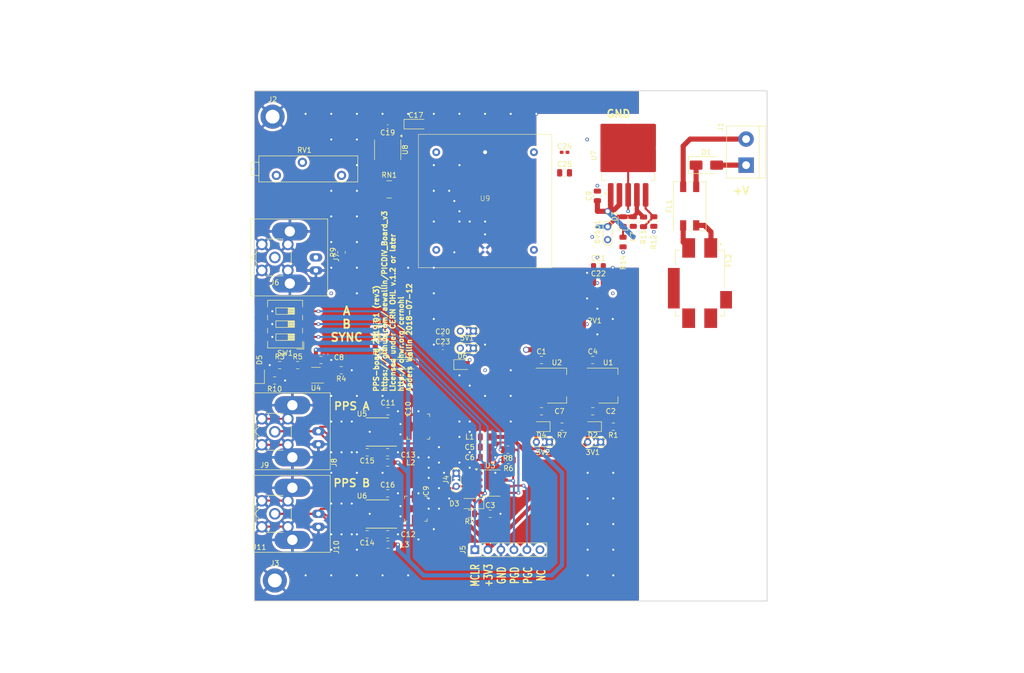
<source format=kicad_pcb>
(kicad_pcb (version 20240108) (generator "pcbnew") (generator_version "8.0")
  (title_block (title "PICDIV 10MHz to 1PPS frequency divider") (rev "2018-07") (company "anders.e.e.wallin \"at\" gmail.com") (comment 1 "2018-09-12 add MCLR diode"))
  (layers (0 "F.Cu" signal) (31 "B.Cu" signal) (34 "B.Paste" user) (35 "F.Paste" user) (36 "B.SilkS" user "B.Silkscreen") (37 "F.SilkS" user "F.Silkscreen") (38 "B.Mask" user) (39 "F.Mask" user) (44 "Edge.Cuts" user))
  (net 0 "")
  (net 1 "MCLR")
  (net 2 "GND")
  (net 3 "+6V")
  (net 4 "PPS")
  (net 5 "Net-(D3-Pad1)")
  (net 6 "Vadj")
  (net 7 "+5V")
  (net 8 "PGD")
  (net 9 "PGC")
  (net 10 "Net-(J6-In)")
  (net 11 "Net-(D5-A)")
  (net 12 "Net-(R11-Pad2)")
  (net 13 "Net-(D3-A)")
  (net 14 "Net-(RN1-R1.2)")
  (net 15 "Net-(D2-K)")
  (net 16 "Net-(D4-K)")
  (net 17 "Net-(U3-VDD)")
  (net 18 "Net-(D5-K)")
  (net 19 "3V3_PIC")
  (net 20 "3V3_OUT")
  (net 21 "Net-(D6-K)")
  (net 23 "LDO_IN")
  (net 24 "/U6_3V3")
  (net 25 "Net-(U4-DIV)")
  (net 26 "Net-(U4-SET)")
  (net 27 "Net-(U7-ADJ)")
  (net 30 "/w2")
  (net 31 "/w4")
  (net 32 "/w5")
  (net 33 "/w3")
  (net 34 "/w1")
  (net 35 "/sync")
  (net 36 "/B")
  (net 37 "/A")
  (net 38 "/PPS_B")
  (net 39 "Net-(J8-In)")
  (net 40 "/U105_3V3")
  (net 48 "10MHz")
  (net 53 "Net-(RN1-R3.2)")
  (net 54 "Net-(RN1-R1.1)")
  (net 55 "Net-(RN1-R3.1)")
  (net 56 "Net-(RN1-R2.2)")
  (footprint "Connectors_Terminal_Blocks:TerminalBlock_bornier-2_P5.08mm" (layer "F.Cu") (at 220.9 65 90)
    (property "Reference" "J1")
    (property "Value" "DC-Input")
  )
  (footprint "Diodes_SMD:D_SOD-123" (layer "F.Cu") (at 167.5 131 180)
    (property "Reference" "D3")
    (property "Value" "1N4148")
  )
  (footprint "TestPoint:TestPoint_2Pads_Pitch2.54mm_Drill0.8mm" (layer "F.Cu") (at 164.365 127.635 90)
    (property "Reference" "J4")
    (property "Value" "TEST_1PPS")
  )
  (footprint "TestPoint:TestPoint_2Pads_Pitch2.54mm_Drill0.8mm" (layer "F.Cu") (at 193.9 77 -90)
    (property "Reference" "6V101")
    (property "Value" "TEST_6V")
  )
  (footprint "TestPoint:TestPoint_2Pads_Pitch2.54mm_Drill0.8mm" (layer "F.Cu") (at 190 119)
    (property "Reference" "3V1")
    (property "Value" "TEST_3V3")
  )
  (footprint "TestPoint:TestPoint_2Pads_Pitch2.54mm_Drill0.8mm" (layer "F.Cu") (at 180 119)
    (property "Reference" "3V2")
    (property "Value" "TEST_3V3")
  )
  (footprint "Resistor_SMD:R_0805_2012Metric" (layer "F.Cu") (at 202.9 76 -90)
    (property "Reference" "R12")
    (property "Value" "680R")
  )
  (footprint "Resistor_SMD:R_0805_2012Metric" (layer "F.Cu") (at 196.9 80 -90)
    (property "Reference" "R14")
    (property "Value" "200R")
  )
  (footprint "Resistor_SMD:R_0805_2012Metric" (layer "F.Cu") (at 133.45 104)
    (property "Reference" "R5")
    (property "Value" "1M")
  )
  (footprint "Resistor_SMD:R_0805_2012Metric" (layer "F.Cu") (at 129.95 104)
    (property "Reference" "R3")
    (property "Value" "523k")
  )
  (footprint "Resistor_SMD:R_0805_2012Metric" (layer "F.Cu") (at 128.95 107 180)
    (property "Reference" "R10")
    (property "Value" "100R")
  )
  (footprint "Resistor_SMD:R_0805_2012Metric" (layer "F.Cu") (at 195 116 180)
    (property "Reference" "R1")
    (property "Value" "82R")
  )
  (footprint "Resistor_SMD:R_0805_2012Metric" (layer "F.Cu") (at 185 116 180)
    (property "Reference" "R7")
    (property "Value" "82R")
  )
  (footprint "Resistor_SMD:R_0805_2012Metric" (layer "F.Cu") (at 167 133)
    (property "Reference" "R2")
    (property "Value" "3k3")
  )
  (footprint "Resistor_SMD:R_0805_2012Metric" (layer "F.Cu") (at 200.9 76.0625 -90)
    (property "Reference" "R11")
    (property "Value" "2k7")
  )
  (footprint "Resistor_SMD:R_0805_2012Metric" (layer "F.Cu") (at 141.95 105 180)
    (property "Reference" "R4")
    (property "Value" "300k")
  )
  (footprint "Package_TO_SOT_SMD:TSOT-23-6" (layer "F.Cu") (at 137.010001 105.989999 180)
    (property "Reference" "U4")
    (property "Value" "LTC6993xS6-1")
  )
  (footprint "Package_SO:TSSOP-16_4.4x5mm_P0.65mm" (layer "F.Cu") (at 149 133 180)
    (property "Reference" "U6")
    (property "Value" "IDT5PB1108")
  )
  (footprint "Package_SO:TSSOP-16_4.4x5mm_P0.65mm" (layer "F.Cu") (at 149 117 180)
    (property "Reference" "U5")
    (property "Value" "IDT5PB1108")
  )
  (footprint "MountingHole:MountingHole_2.7mm_M2.5_DIN965_Pad" (layer "F.Cu") (at 128.56 55.55)
    (property "Reference" "J2")
    (property "Value" "MountingHole_M2.5")
  )
  (footprint "MountingHole:MountingHole_2.7mm_M2.5_DIN965_Pad" (layer "F.Cu") (at 129 146)
    (property "Reference" "J3")
    (property "Value" "MountingHole_M2.5")
  )
  (footprint "LED_SMD:LED_0805_2012Metric" (layer "F.Cu") (at 196.9 76 90)
    (property "Reference" "D3")
    (property "Value" "LED")
  )
  (footprint "LED_SMD:LED_0805_2012Metric" (layer "F.Cu") (at 191 116 180)
    (property "Reference" "D2")
    (property "Value" "LED")
  )
  (footprint "LED_SMD:LED_0805_2012Metric" (layer "F.Cu") (at 126 105.9 90)
    (property "Reference" "D5")
    (property "Value" "PPS_BLINK")
  )
  (footprint "LED_SMD:LED_0805_2012Metric" (layer "F.Cu") (at 181 116 180)
    (property "Reference" "D4")
    (property "Value" "LED")
  )
  (footprint "Inductor_SMD:L_0805_2012Metric" (layer "F.Cu") (at 170 118)
    (property "Reference" "L1")
    (property "Value" "2u2")
  )
  (footprint "Inductor_SMD:L_0805_2012Metric" (layer "F.Cu") (at 151.05 139)
    (property "Reference" "L3")
    (property "Value" "2u2")
  )
  (footprint "Inductor_SMD:L_0805_2012Metric" (layer "F.Cu") (at 151 123)
    (property "Reference" "L2")
    (property "Value" "2u2")
  )
  (footprint "Connector_PinHeader_2.54mm:PinHeader_1x06_P2.54mm_Vertical" (layer "F.Cu") (at 168 140 90)
    (property "Reference" "J5")
    (property "Value" "Conn_01x06")
  )
  (footprint "Connector_Coaxial:SMA_Molex_73251-2200_Horizontal" (layer "F.Cu") (at 129 117 90)
    (property "Reference" "J9")
    (property "Value" "10MHz")
  )
  (footprint "Connector_Coaxial:SMA_Molex_73251-2200_Horizontal" (layer "F.Cu") (at 129 133 90)
    (property "Reference" "J11")
    (property "Value" "PPS_B")
  )
  (footprint "Connector_Coaxial:BNC_Amphenol_B6252HB-NPP3G-50_Horizontal" (layer "F.Cu") (at 137.5 133 90)
    (property "Reference" "J10")
    (property "Value" "PPS_B")
  )
  (footprint "Capacitor_SMD:C_0805_2012Metric" (layer "F.Cu") (at 147 121 180)
    (property "Reference" "C15")
    (property "Value" "100n")
  )
  (footprint "Capacitor_SMD:C_0805_2012Metric" (layer "F.Cu") (at 151 121)
    (property "Reference" "C13")
    (property "Value" "100n")
  )
  (footprint "Capacitor_SMD:C_0805_2012Metric" (layer "F.Cu") (at 151.0625 113)
    (property "Reference" "C11")
    (property "Value" "100n")
  )
  (footprint "Capacitor_SMD:C_0805_2012Metric" (layer "F.Cu") (at 181 113)
    (property "Reference" "C7")
    (property "Value" "10u")
  )
  (footprint "Capacitor_SMD:C_0805_2012Metric" (layer "F.Cu") (at 191 103)
    (property "Reference" "C4")
    (property "Value" "10u")
  )
  (footprint "Capacitor_SMD:C_0805_2012Metric" (layer "F.Cu") (at 191 113)
    (property "Reference" "C2")
    (property "Value" "10u")
  )
  (footprint "Capacitor_SMD:C_0805_2012Metric" (layer "F.Cu") (at 181 103)
    (property "Reference" "C1")
    (property "Value" "10u")
  )
  (footprint "Capacitor_SMD:C_0805_2012Metric" (layer "F.Cu") (at 151 129)
    (property "Reference" "C16")
    (property "Value" "100n")
  )
  (footprint "Capacitor_SMD:C_0805_2012Metric" (layer "F.Cu") (at 147 137 180)
    (property "Reference" "C14")
    (property "Value" "100n")
  )
  (footprint "Capacitor_SMD:C_0805_2012Metric" (layer "F.Cu") (at 151 137)
    (property "Reference" "C12")
    (property "Value" "100n")
  )
  (footprint "Capacitor_SMD:C_0805_2012Metric" (layer "F.Cu") (at 138 103)
    (property "Reference" "C8")
    (property "Value" "100nF")
  )
  (footprint "Capacitor_SMD:C_0805_2012Metric" (layer "F.Cu") (at 191.9 71 90)
    (property "Reference" "C9")
    (property "Value" "10u")
  )
  (footprint "Capacitor_SMD:C_0805_2012Metric" (layer "F.Cu") (at 198.9 76 90)
    (property "Reference" "C7")
    (property "Value" "10u")
  )
  (footprint "Capacitor_SMD:C_0805_2012Metric" (layer "F.Cu") (at 170 120)
    (property "Reference" "C5")
    (property "Value" "10u")
  )
  (footprint "Capacitor_SMD:C_0805_2012Metric" (layer "F.Cu") (at 170 122)
    (property "Reference" "C6")
    (property "Value" "100n")
  )
  (footprint "Capacitor_SMD:C_0805_2012Metric" (layer "F.Cu") (at 171 133)
    (property "Reference" "C3")
    (property "Value" "C")
  )
  (footprint "Filter:Filter_Murata_BNX025" (layer "F.Cu") (at 211.9 88 -90)
    (property "Reference" "FL2")
    (property "Value" "BNX025")
  )
  (footprint "Connector_Coaxial:BNC_Amphenol_B6252HB-NPP3G-50_Horizontal" (layer "F.Cu") (at 137.5 116.89968 90)
    (property "Reference" "J8")
    (property "Value" "10MHz")
  )
  (footprint "Capacitor_SMD:C_Trimmer_Murata_TZB4-A" (layer "F.Cu") (at 156.5 132 -90)
    (property "Reference" "C9")
    (property "Value" "C_Trim")
  )
  (footprint "Capacitor_SMD:C_Trimmer_Murata_TZB4-A" (layer "F.Cu") (at 157 116 90)
    (property "Reference" "C10")
    (property "Value" "C_Trim")
  )
  (footprint "Filter:Filter_Bourns_SRF0905_6.0x9.2mm" (layer "F.Cu") (at 209.9 73 90)
    (property "Reference" "FL1")
    (property "Value" "Filter_EMI_LL_1423")
  )
  (footprint "Package_TO_SOT_SMD:SOT-223-3_TabPin2" (layer "F.Cu") (at 194 108)
    (property "Reference" "U1")
    (property "Value" "LT1963AxST-3.3")
  )
  (footprint "Package_TO_SOT_SMD:SOT-223-3_TabPin2" (layer "F.Cu") (at 184 108)
    (property "Reference" "U2")
    (property "Value" "LT1963AxST-3.3")
  )
  (footprint "TestPoint:TestPoint_2Pads_Pitch2.54mm_Drill0.8mm" (layer "F.Cu") (at 165.17 97.35)
    (property "Reference" "2V1")
    (property "Value" "TEST_VADJ")
  )
  (footprint "Resistor_SMD:R_0805_2012Metric" (layer "F.Cu") (at 174.55 122.5 180)
    (property "Reference" "R6")
    (property "Value" "10k")
  )
  (footprint "Package_TO_SOT_SMD:TO-263-5_TabPin3" (layer "F.Cu") (at 197.9 63.15 90)
    (property "Reference" "U7")
    (property "Value" "LT1963AEQ")
  )
  (footprint "Connector_Coaxial:BNC_Amphenol_B6252HB-NPP3G-50_Horizontal" (layer "F.Cu") (at 137 83 90)
    (property "Reference" "J7")
    (property "Value" "Sync")
  )
  (footprint "Connector_Coaxial:SMA_Molex_73251-2200_Horizontal" (layer "F.Cu") (at 129 83 90)
    (property "Reference" "J6")
    (property "Value" "Sync")
  )
  (footprint "Resistor_SMD:R_0805_2012Metric" (layer "F.Cu") (at 149.48 100.1)
    (property "Reference" "R12")
    (property "Value" "680R")
  )
  (footprint "Capacitor_SMD:C_0402_1005Metric_Pad0.74x0.62mm_HandSolder" (layer "F.Cu") (at 151 57.5 180)
    (property "Reference" "C19")
    (property "Value" "100nF")
  )
  (footprint "TestPoint:TestPoint_2Pads_Pitch2.54mm_Drill0.8mm" (layer "F.Cu") (at 165.17 100.7)
    (property "Reference" "5V1")
    (property "Value" "TEST_5V")
  )
  (footprint "Package_SO:SOIC-8_3.9x4.9mm_P1.27mm" (layer "F.Cu") (at 151 62 -90)
    (property "Reference" "U8")
    (property "Value" "ADR4540")
  )
  (footprint "Capacitor_Tantalum_SMD:CP_EIA-3216-18_Kemet-A" (layer "F.Cu") (at 156.5 57)
    (property "Reference" "C17")
    (property "Value" "10µF")
  )
  (footprint "Resistor_SMD:R_0805_2012Metric" (layer "F.Cu") (at 149.48 97.15)
    (property "Reference" "R11")
    (property "Value" "2k15")
  )
  (footprint "LED_SMD:LED_0805_2012Metric" (layer "F.Cu") (at 165.59 103.895)
    (property "Reference" "D6")
    (property "Value" "LED")
  )
  (footprint "Resistor_SMD:R_Array_Convex_4x0612" (layer "F.Cu") (at 151.3 69.73)
    (property "Reference" "RN1")
    (property "Value" "1K 0.1% ±15ppm")
  )
  (footprint "Button_Switch_SMD:SW_DIP_SPSTx03_Slide_6.7x9.18mm_W8.61mm_P2.54mm_LowProfile" (layer "F.Cu") (at 131 96 180)
    (property "Reference" "SW1")
    (property "Value" "SW_DIP_x03")
  )
  (footprint "Package_SO:SOIC-8_3.9x4.9mm_P1.27mm" (layer "F.Cu") (at 171 127)
    (property "Reference" "U3")
    (property "Value" "PIC12F675-xSN")
  )
  (footprint "Resistor_SMD:R_0805_2012Metric" (layer "F.Cu") (at 149.48 103.05)
    (property "Reference" "R13")
    (property "Value" "330R")
  )
  (footprint "Capacitor_SMD:C_0402_1005Metric_Pad0.74x0.62mm_HandSolder" (layer "F.Cu") (at 185.5 62.5)
    (property "Reference" "C24")
    (property "Value" "100nF")
  )
  (footprint "Capacitor_SMD:C_0805_2012Metric" (layer "F.Cu") (at 185.5 66.5)
    (property "Reference" "C25")
    (property "Value" "10µF")
  )
  (footprint "Capacitor_SMD:C_0805_2012Metric" (layer "F.Cu") (at 192.1 84.83)
    (property "Reference" "C21")
    (property "Value" "10u")
  )
  (footprint "Resistor_SMD:R_0805_2012Metric" (layer "F.Cu") (at 174.45 120.5 180)
    (property "Reference" "R8")
    (property "Value" "10k")
  )
  (footprint "Capacitor_Tantalum_SMD:CP_EIA-3216-18_Kemet-A" (layer "F.Cu") (at 154.555 103.83)
    (property "Reference" "C18")
    (property "Value" "10µF")
  )
  (footprint "Capacitor_SMD:C_0402_1005Metric_Pad0.74x0.62mm_HandSolder" (layer "F.Cu") (at 161.74 100.6)
    (property "Reference" "C23")
    (property "Value" "100nF")
  )
  (footprint "Potentiometer_THT:Potentiometer_Bourns_3006P_Horizontal" (layer "F.Cu") (at 142 67)
    (property "Reference" "RV1")
    (property "Value" "2K")
  )
  (footprint "Capacitor_SMD:C_0805_2012Metric" (layer "F.Cu") (at 192.1 87.84)
    (property "Reference" "C22")
    (property "Value" "10µF")
  )
  (footprint "Oscilator_Local:OSC5A2B02" (layer "F.Cu") (at 170 72)
    (property "Reference" "U9")
    (property "Value" "~")
  )
  (footprint "Resistor_SMD:R_0805_2012Metric" (layer "F.Cu") (at 142 82 90)
    (property "Reference" "R9")
    (property "Value" "50R")
  )
  (footprint "Capacitor_SMD:C_0402_1005Metric_Pad0.74x0.62mm_HandSolder" (layer "F.Cu") (at 161.74 98.63)
    (property "Reference" "C20")
    (property "Value" "100nF")
  )
  (footprint "Diode_SMD:D_SMA" (layer "F.Cu") (at 213.15 65)
    (property "Reference" "D1")
    (property "Value" "SS34")
  )
  (gr_line (start 125 150) (end 125 50.5) (stroke (width 0.15)) (layer "Edge.Cuts"))
  (gr_line (start 125 50.5) (end 225 50.5) (stroke (width 0.15)) (layer "Edge.Cuts"))
  (gr_line (start 225 150) (end 125 150) (stroke (width 0.15)) (layer "Edge.Cuts"))
  (gr_line (start 225 50.5) (end 225 150) (stroke (width 0.15)) (layer "Edge.Cuts"))
  (gr_text "PPS B" (at 144 127 0) (layer "F.SilkS") (effects (font (size 1.5 1.5) (thickness 0.3))))
  (gr_text "GND" (at 196 55 0) (layer "F.SilkS") (effects (font (size 1.5 1.5) (thickness 0.3))))
  (gr_text "PPS-board 2019.01 (rev3)\nhttps://github.com/aewallin/PICDIV_Board_v3\nLicensed under CERN OHL v.1.2 or later\nhttp://ohwr.org/cernohl\nAnders Wallin 2018-07-12" (at 152 109.3 90) (layer "F.SilkS") (effects (font (size 1 1) (thickness 0.25)) (justify left)))
  (gr_text "+V" (at 219.9 70 0) (layer "F.SilkS") (effects (font (size 1.5 1.5) (thickness 0.3))))
  (gr_text "MCLR\n+3V3\nGND\nPGD\nPGC\nNC" (at 174.5 145 90) (layer "F.SilkS") (effects (font (size 1.6 1.1) (thickness 0.25))))
  (gr_text "A\nB\nSYNC" (at 143 96 0) (layer "F.SilkS") (effects (font (size 1.6 1.6) (thickness 0.35))))
  (gr_text "PPS A" (at 144 112 0) (layer "F.SilkS") (effects (font (size 1.5 1.5) (thickness 0.3))))
  (segment (start 169.905 128.905) (end 170 129) (width 0.4) (layer "F.Cu") (net 1))
  (segment (start 135.345 98.5) (end 135.305 98.54) (width 0.4) (layer "F.Cu") (net 1))
  (segment (start 137.5 98.5) (end 135.345 98.5) (width 0.4) (layer "F.Cu") (net 1))
  (segment (start 169.15 129.755) (end 168.3 128.905) (width 0.4) (layer "F.Cu") (net 1))
  (segment (start 169.15 131) (end 169.15 129.755) (width 0.4) (layer "F.Cu") (net 1))
  (segment (start 168.3 128.905) (end 169.905 128.905) (width 0.4) (layer "F.Cu") (net 1))
  (via (at 170 129) (size 0.7) (drill 0.4) (layers "F.Cu" "B.Cu") (net 1))
  (via (at 137.5 98.5) (size 0.7) (drill 0.4) (layers "F.Cu" "B.Cu") (net 1))
  (segment (start 147.5 98.5) (end 137.5 98.5) (width 0.4) (layer "B.Cu") (net 1))
  (segment (start 170 129) (end 170 123.348542) (width 0.4) (layer "B.Cu") (net 1))
  (segment (start 169 122.348542) (end 169 115.5) (width 0.4) (layer "B.Cu") (net 1))
  (segment (start 168 140) (end 168 131) (width 0.4) (layer "B.Cu") (net 1))
  (segment (start 152 98.5) (end 147.5 98.5) (width 0.4) (layer "B.Cu") (net 1))
  (segment (start 168 131) (end 170 129) (width 0.4) (layer "B.Cu") (net 1))
  (segment (start 170 123.348542) (end 169 122.348542) (width 0.4) (layer "B.Cu") (net 1))
  (segment (start 169 115.5) (end 152 98.5) (width 0.4) (layer "B.Cu") (net 1))
  (segment (start 172 125) (end 173.605 125) (width 0.4) (layer "F.Cu") (net 2))
  (segment (start 142.8875 106.08752) (end 142.8875 105) (width 0.4) (layer "F.Cu") (net 2))
  (segment (start 197.9 70.775) (end 197.9 61.625) (width 0.4) (layer "F.Cu") (net 2))
  (segment (start 132.04 114.46) (end 126.96 114.46) (width 0.4) (layer "F.Cu") (net 2))
  (segment (start 146.05 132.675) (end 147.175 132.675) (width 0.4) (layer "F.Cu") (net 2))
  (segment (start 139.330001 105.989999) (end 139.440012 106.10001) (width 0.4) (layer "F.Cu") (net 2))
  (segment (start 151.95 117.325) (end 153.325 117.325) (width 0.4) (layer "F.Cu") (net 2))
  (segment (start 153.325 117.325) (end 153.5 117.5) (width 0.4) (layer "F.Cu") (net 2))
  (segment (start 146.05 116.675) (end 147.175 116.675) (width 0.4) (layer "F.Cu") (net 2))
  (segment (start 132.04 121.80086) (end 132.2366 121.99746) (width 0.4) (layer "F.Cu") (net 2))
  (segment (start 147.175 116.675) (end 147.5 117) (width 0.4) (layer "F.Cu") (net 2))
  (segment (start 132.04 114.46) (end 132.04 111.99596) (width 0.4) (layer "F.Cu") (net 2))
  (segment (start 139.440012 106.10001) (end 142.89999 106.10001) (width 0.4) (layer "F.Cu") (net 2))
  (segment (start 138.320001 105.989999) (end 139.330001 105.989999) (width 0.4) (layer "F.Cu") (net 2))
  (segment (start 153.375 115.375) (end 153.5 115.5) (width 0.4) (layer "F.Cu") (net 2))
  (segment (start 173.605 125) (end 173.7 125.095) (width 0.4) (layer "F.Cu") (net 2))
  (segment (start 147.175 132.675) (end 147.5 133) (width 0.4) (layer "F.Cu") (net 2))
  (segment (start 132.08 130.42) (end 127 130.42) (width 0.4) (layer "F.Cu") (net 2))
  (segment (start 172 125) (end 172 125) (width 0.4) (layer "F.Cu") (net 2))
  (segment (start 130.142528 135.5) (end 127 135.5) (width 0.4) (layer "F.Cu") (net 2))
  (segment (start 132.04 111.99596) (end 132.2366 111.79936) (width 0.4) (layer "F.Cu") (net 2))
  (segment (start 151.95 115.375) (end 153.375 115.375) (width 0.4) (layer "F.Cu") (net 2))
  (segment (start 142.89999 106.10001) (end 142.8875 106.08752) (width 0.4) (layer "F.Cu") (net 2))
  (segment (start 151.95 131.375) (end 153.375 131.375) (width 0.4) (layer "F.Cu") (net 2))
  (segment (start 130.102528 119.54) (end 126.96 119.54) (width 0.4) (layer "F.Cu") (net 2))
  (segment (start 132.04 119.54) (end 130.102528 119.54) (width 0.4) (layer "F.Cu") (net 2))
  (segment (start 132.08 135.5) (end 130.142528 135.5) (width 0.4) (layer "F.Cu") (net 2))
  (segment (start 197.9 74) (end 197.9 70.775) (width 0.4) (layer "F.Cu") (net 2))
  (segment (start 153.325 133.325) (end 153.5 133.5) (width 0.4) (layer "F.Cu") (net 2))
  (segment (start 151.95 133.325) (end 153.325 133.325) (width 0.4) (layer "F.Cu") (net 2))
  (segment (start 153.375 131.375) (end 153.5 131.5) (width 0.4) (layer "F.Cu") (net 2))
  (segment (start 132.04 119.54) (end 132.04 121.80086) (width 0.4) (layer "F.Cu") (net 2))
  (via (at 142 131) (size 0.7) (drill 0.4) (layers "F.Cu" "B.Cu") (net 2))
  (via (at 144 131) (size 0.7) (drill 0.4) (layers "F.Cu" "B.Cu") (net 2))
  (via (at 144 137) (size 0.7) (drill 0.4) (layers "F.Cu" "B.Cu") (net 2))
  (via (at 142 137) (size 0.7) (drill 0.4) (layers "F.Cu" "B.Cu") (net 2))
  (via (at 140 137) (size 0.7) (drill 0.4) (layers "F.Cu" "B.Cu") (net 2))
  (via (at 144 121) (size 0.7) (drill 0.4) (layers "F.Cu" "B.Cu") (net 2))
  (via (at 142 121) (size 0.7) (drill 0.4) (layers "F.Cu" "B.Cu") (net 2))
  (via (at 140 121) (size 0.7) (drill 0.4) (layers "F.Cu" "B.Cu") (net 2))
  (via (at 140 115) (size 0.7) (drill 0.4) (layers "F.Cu" "B.Cu") (net 2))
  (via (at 142 115) (size 0.7) (drill 0.4) (layers "F.Cu" "B.Cu") (net 2))
  (via (at 144 115) (size 0.7) (drill 0.4) (layers "F.Cu" "B.Cu") (net 2))
  (via (at 161 128) (size 0.7) (drill 0.4) (layers "F.Cu" "B.Cu") (net 2))
  (via (at 159 126) (size 0.7) (drill 0.4) (layers "F.Cu" "B.Cu") (net 2))
  (via (at 159 124) (size 0.7) (drill 0.4) (layers "F.Cu" "B.Cu") (net 2))
  (via (at 159 122) (size 0.7) (drill 0.4) (layers "F.Cu" "B.Cu") (net 2))
  (via (at 159 130) (size 0.7) (drill 0.4) (layers "F.Cu" "B.Cu") (net 2))
  (via (at 159 132) (size 0.7) (drill 0.4) (layers "F.Cu" "B.Cu") (net 2))
  (via (at 161 132) (size 0.7) (drill 0.4) (layers "F.Cu" "B.Cu") (net 2))
  (via (at 163 130) (size 0.7) (drill 0.4) (layers "F.Cu" "B.Cu") (net 2))
  (via (at 162 125) (size 0.7) (drill 0.4) (layers "F.Cu" "B.Cu") (net 2))
  (via (at 161 123) (size 0.7) (drill 0.4) (layers "F.Cu" "B.Cu") (net 2))
  (via (at 161 120) (size 0.7) (drill 0.4) (layers "F.Cu" "B.Cu") (net 2))
  (via (at 160 136) (size 0.7) (drill 0.4) (layers "F.Cu" "B.Cu") (net 2))
  (via (at 157 138) (size 0.7) (drill 0.4) (layers "F.Cu" "B.Cu") (net 2))
  (via (at 157 122) (size 0.7) (drill 0.4) (layers "F.Cu" "B.Cu") (net 2))
  (via (at 165 123) (size 0.7) (drill 0.4) (layers "F.Cu" "B.Cu") (net 2))
  (via (at 165 118) (size 0.7) (drill 0.4) (layers "F.Cu" "B.Cu") (net 2))
  (via (at 165 115) (size 0.7) (drill 0.4) (layers "F.Cu" "B.Cu") (net 2))
  (via (at 167 117) (size 0.7) (drill 0.4) (layers "F.Cu" "B.Cu") (net 2))
  (via (at 167 121) (size 0.7) (drill 0.4) (layers "F.Cu" "B.Cu") (net 2))
  (via (at 167 124) (size 0.7) (drill 0.4) (layers "F.Cu" "B.Cu") (net 2))
  (via (at 173 133) (size 0.7) (drill 0.4) (layers "F.Cu" "B.Cu") (net 2))
  (via (at 150 125) (size 0.7) (drill 0.4) (layers "F.Cu" "B.Cu") (net 2))
  (via (at 175 110) (size 0.7) (drill 0.4) (layers "F.Cu" "B.Cu") (net 2))
  (via (at 190 125) (size 0.7) (drill 0.4) (layers "F.Cu" "B.Cu") (net 2))
  (via (at 135 55) (size 0.7) (drill 0.4) (layers "F.Cu" "B.Cu") (net 2))
  (via (at 157 129) (size 0.7) (drill 0.4) (layers "F.Cu" "B.Cu") (net 2))
  (via (at 202.9 78) (size 0.7) (drill 0.4) (layers "F.Cu" "B.Cu") (net 2))
  (via (at 170 55) (size 0.7) (drill 0.4) (layers "F.Cu" "B.Cu") (net 2))
  (via (at 167 108) (size 0.7) (drill 0.4) (layers "F.Cu" "B.Cu") (net 2))
  (via (at 165 65) (size 0.7) (drill 0.4) (layers "F.Cu" "B.Cu") (net 2))
  (via (at 195 135) (size 0.7) (drill 0.4) (layers "F.Cu" "B.Cu") (net 2))
  (via (at 131 107) (size 0.7) (drill 0.4) (layers "F.Cu" "B.Cu") (net 2))
  (via (at 194.9 95) (size 0.7) (drill 0.4) (layers "F.Cu" "B.Cu") (net 2))
  (via (at 160 85) (size 0.7) (drill 0.4) (layers "F.Cu" "B.Cu") (net 2))
  (via (at 172 125) (size 0.7) (drill 0.4) (layers "F.Cu" "B.Cu") (net 2))
  (via (at 140 75) (size 0.7) (drill 0.4) (layers "F.Cu" "B.Cu") (net 2))
  (via (at 145 125) (size 0.7) (drill 0.4) (layers "F.Cu" "B.Cu") (net 2))
  (via (at 170 76) (size 0.7) (drill 0.4) (layers "F.Cu" "B.Cu") (net 2))
  (via (at 191.9 69) (size 0.7) (drill 0.4) (layers "F.Cu" "B.Cu") (net 2))
  (via (at 160 55) (size 0.7) (drill 0.4) (layers "F.Cu" "B.Cu") (net 2))
  (via (at 128.5 93.5) (size 0.7) (drill 0.4) (layers "F.Cu" "B.Cu") (net 2))
  (via (at 175 105) (size 0.7) (drill 0.4) (layers "F.Cu" "B.Cu") (net 2))
  (via (at 144 105) (size 0.7) (drill 0.4) (layers "F.Cu" "B.Cu") (net 2))
  (via (at 150 55) (size 0.7) (drill 0.4) (layers "F.Cu" "B.Cu") (net 2))
  (via (at 145 75) (size 0.7) (drill 0.4) (layers "F.Cu" "B.Cu") (net 2))
  (via (at 155 85) (size 0.7) (drill 0.4) (layers "F.Cu" "B.Cu") (net 2))
  (via (at 135 145) (size 0.7) (drill 0.4) (layers "F.Cu" "B.Cu") (net 2))
  (via (at 147.5 117) (size 0.7) (drill 0.4) (layers "F.Cu" "B.Cu") (net 2))
  (via (at 140 70) (size 0.7) (drill 0.4) (layers "F.Cu" "B.Cu") (net 2))
  (via (at 195 140) (size 0.7) (drill 0.4) (layers "F.Cu" "B.Cu") (net 2))
  (via (at 128.5 96) (size 0.7) (drill 0.4) (layers "F.Cu" "B.Cu") (net 2))
  (via (at 195 125) (size 0.7) (drill 0.4) (layers "F.Cu" "B.Cu") (net 2))
  (via (at 194.9 85) (size 0.7) (drill 0.4) (layers "F.Cu" "B.Cu") (net 2))
  (via (at 197.9 74) (size 0.7) (drill 0.4) (layers "F.Cu" "B.Cu") (net 2))
  (via (at 190 135) (size 0.7) (drill 0.4) (layers "F.Cu" "B.Cu") (net 2))
  (via (at 160 76) (size 0.7) (drill 0.4) (layers "F.Cu" "B.Cu") (net 2))
  (via (at 140 131) (size 0.7) (drill 0.4) (layers "F.Cu" "B.Cu") (net 2))
  (via (at 157 113) (size 0.7) (drill 0.4) (layers "F.Cu" "B.Cu") (net 2))
  (via (at 155 55) (size 0.7) (drill 0.4) (layers "F.Cu" "B.Cu") (net 2))
  (via (at 150 145) (size 0.7) (drill 0.4) (layers "F.Cu" "B.Cu") (net 2))
  (via (at 145 55) (size 0.7) (drill 0.4) (layers "F.Cu" "B.Cu") (net 2))
  (via (at 195 145) (size 0.7) (drill 0.4) (layers "F.Cu" "B.Cu") (net 2))
  (via (at 128 104) (size 0.7) (drill 0.4) (layers "F.Cu" "B.Cu") (net 2))
  (via (at 189.9 86) (size 0.7) (drill 0.4) (layers "F.Cu" "B.Cu") (net 2))
  (via (at 145 65) (size 0.7) (drill 0.4) (layers "F.Cu" "B.Cu") (net 2))
  (via (at 145 90) (size 0.7) (drill 0.4) (layers "F.Cu" "B.Cu") (net 2))
  (via (at 145 145) (size 0.7) (drill 0.4) (layers "F.Cu" "B.Cu") (net 2))
  (via (at 170 78.5) (size 0.7) (drill 0.4) (layers "F.Cu" "B.Cu") (net 2))
  (via (at 172 120) (size 0.7) (drill 0.4) (layers "F.Cu" "B.Cu") (net 2))
  (via (at 145 140) (size 0.7) (drill 0.4) (layers "F.Cu" "B.Cu") (net 2))
  (via (at 145 137) (size 0.7) (drill 0.4) (layers "F.Cu" "B.Cu") (net 2))
  (via (at 150 80) (size 0.7) (drill 0.4) (layers "F.Cu" "B.Cu") (net 2))
  (via (at 175 55) (size 0.7) (drill 0.4) (layers "F.Cu" "B.Cu") (net 2))
  (via (at 140 60) (size 0.7) (drill 0.4) (layers "F.Cu" "B.Cu") (net 2))
  (via (at 165 106) (size 0.7) (drill 0.4) (layers "F.Cu" "B.Cu") (net 2))
  (via (at 145 121) (size 0.7) (drill 0.4) (layers "F.Cu" "B.Cu") (net 2))
  (via (at 153.5 117.5) (size 0.7) (drill 0.4) (layers "F.Cu" "B.Cu") (net 2))
  (via (at 196.9 82) (size 0.7) (drill 0.4) (layers "F.Cu" "B.Cu") (net 2))
  (via (at 145 85) (size 0.7) (drill 0.4) (layers "F.Cu" "B.Cu") (net 2))
  (via (at 140 55) (size 0.7) (drill 0.4) (layers "F.Cu" "B.Cu") (net 2))
  (via (at 140 110) (size 0.7) (drill 0.4) (layers "F.Cu" "B.Cu") (net 2))
  (via (at 172 122) (size 0.7) (drill 0.4) (layers "F.Cu" "B.Cu") (net 2))
  (via (at 160 90) (size 0.7) (drill 0.4) (layers "F.Cu" "B.Cu") (net 2))
  (via (at 153 113) (size 0.7) (drill 0.4) (layers "F.Cu" "B.Cu") (net 2))
  (via (at 140 125) (size 0.7) (drill 0.4) (layers "F.Cu" "B.Cu") (net 2))
  (via (at 190 145) (size 0.7) (drill 0.4) (layers "F.Cu" "B.Cu") (net 2))
  (via (at 155 145) (size 0.7) (drill 0.4) (layers "F.Cu" "B.Cu") (net 2))
  (via (at 140 103) (size 0.7) (drill 0.4) (layers "F.Cu" "B.Cu") (net 2))
  (via (at 190 130) (size 0.7) (drill 0.4) (layers "F.Cu" "B.Cu") (net 2))
  (via (at 153.5 133.5) (size 0.7) (drill 0.4) (layers "F.Cu" "B.Cu") (net 2))
  (via (at 140 85) (size 0.7) (drill 0.4) (layers "F.Cu" "B.Cu") (net 2))
  (via (at 153.5 131.5) (size 0.7) (drill 0.4) (layers "F.Cu" "B.Cu") (net 2))
  (via (at 145 70) (size 0.7) (drill 0.4) (layers "F.Cu" "B.Cu") (net 2))
  (via (at 165 74) (size 0.7) (drill 0.4) (layers "F.Cu" "B.Cu") (net 2))
  (via (at 145 80) (size 0.7) (drill 0.4) (layers "F.Cu" "B.Cu") (net 2))
  (via (at 191.9 98) (size 0.7) (drill 0.4) (layers "F.Cu" "B.Cu") (net 2))
  (via (at 128.5 98.5) (size 0.7) (drill 0.4) (layers "F.Cu" "B.Cu") (net 2))
  (via (at 145 110) (size 0.7) (drill 0.4) (layers "F.Cu" "B.Cu") (net 2))
  (via (at 191.9 93) (size 0.7) (drill 0.4) (layers "F.Cu" "B.Cu") (net 2))
  (via (at 164 72) (size 0.7) (drill 0.4) (layers "F.Cu" "B.Cu") (net 2))
  (via (at 167 115) (size 0.7) (drill 0.4) (layers "F.Cu" "B.Cu") (net 2))
  (via (at 165 76) (size 0.7) (drill 0.4) (layers "F.Cu" "B.Cu") (net 2))
  (via (at 170 100) (size 0.7) (drill 0.4) (layers "F.Cu" "B.Cu") (net 2))
  (via (at 150 110) (size 0.7) (drill 0.4) (layers "F.Cu" "B.Cu") (net 2))
  (via (at 191.9 83) (size 0.7) (drill 0.4) (layers "F.Cu" "B.Cu") (net 2))
  (via (at 163 70) (size 0.7) (drill 0.4) (layers "F.Cu" "B.Cu") (net 2))
  (via (at 167 76) (size 0.7) (drill 0.4) (layers "F.Cu" "B.Cu") (net 2))
  (via (at 190.9 79) (size 0.7) (drill 0.4) (layers "F.Cu" "B.Cu") (net 2))
  (via (at 164 82) (size 0.7) (drill 0.4) (layers "F.Cu" "B.Cu") (net 2))
  (via (at 153.5 115.5) (size 0.7) (drill 0.4) (layers "F.Cu" "B.Cu") (net 2))
  (via (at 190 140) (size 0.7) (drill 0.4) (layers "F.Cu" "B.Cu") (net 2))
  (via (at 160 65) (size 0.7) (drill 0.4) (layers "F.Cu" "B.Cu") (net 2))
  (via (at 140 80) (size 0.7) (drill 0.4) (layers "F.Cu" "B.Cu") (net 2))
  (via (at 153 121) (size 0.7) (drill 0.4) (layers "F.Cu" "B.Cu") (net 2))
  (via (at 160 70) (size 0.7) (drill 0.4) (layers "F.Cu" "B.Cu") (net 2))
  (via (at 153 137) (size 0.7) (drill 0.4) (layers "F.Cu" "B.Cu") (net 2))
  (via (at 140 145) (size 0.7) (drill 0.4) (layers "F.Cu" "B.Cu") (net 2))
  (via (at 165 55) (size 0.7) (drill 0.4) (layers "F.Cu" "B.Cu") (net 2))
  (via (at 189.9 91) (size 0.7) (drill 0.4) (layers "F.Cu" "B.Cu") (net 2))
  (via (at 170 110) (size 0.7) (drill 0.4) (layers "F.Cu" "B.Cu") (net 2))
  (via (at 195 130) (size 0.7) (drill 0.4) (layers "F.Cu" "B.Cu") (net 2))
  (via (at 189.9 60) (size 0.7) (drill 0.4) (layers "F.Cu" "B.Cu") (net 2))
  (via (at 140 140) (size 0.7) (drill 0.4) (layers "F.Cu" "B.Cu") (net 2))
  (via (at 160 100) (size 0.7) (drill 0.4) (layers "F.Cu" "B.Cu") (net 2))
  (via (at 175 115) (size 0.7) (drill 0.4) (layers "F.Cu" "B.Cu") (net 2))
  (via (at 160 95) (size 0.7) (drill 0.4) (layers "F.Cu" "B.Cu") (net 2))
  (via (at 153 129) (size 0.7) (drill 0.4) (layers "F.Cu" "B.Cu") (net 2))
  (via (at 180 55) (size 0.7) (drill 0.4) (layers "F.Cu" "B.Cu") (net 2))
  (via (at 145 60) (size 0.7) (drill 0.4) (layers "F.Cu" "B.Cu") (net 2))
  (via (at 147.5 133) (size 0.7) (drill 0.4) (layers "F.Cu" "B.Cu") (net 2))
  (segment (start 199.6 73.825) (end 199.6 70.775) (width 0.8) (layer "F.Cu") (net 3))
  (segment (start 199.6 74.3625) (end 198.9 75.0625) (width 0.8) (layer "F.Cu") (net 3))
  (segment (start 196.9 75.0625) (end 195.8375 75.0625) (width 0.8) (layer "F.Cu") (net 3))
  (segment (start 196.9 75.0625) (end 198.9 75.0625) (width 0.8) (layer "F.Cu") (net 3))
  (segment (start 200.9 75.125) (end 199.6 73.825) (width 0.8) (layer "F.Cu") (net 3))
  (segment (start 195.8375 75.0625) (end 193.9 77) (width 0.8) (layer "F.Cu") (net 3))
  (segment (start 199.6 70.775) (end 199.6 74.3625) (width 0.8) (layer "F.Cu") (net 3))
  (segment (start 191.9 77) (end 193.9 77) (width 0.8) (layer "B.Cu") (net 3))
  (segment (start 158.65 135.35) (end 157 135.35) (width 0.4) (layer "F.Cu") (net 4))
  (segment (start 160 130.8) (end 160 134) (width 0.4) (layer "F.Cu") (net 4))
  (segment (start 160 134) (end 158.65 135.35) (width 0.4) (layer "F.Cu") (net 4))
  (segment (start 151.95 135.275) (end 156.925 135.275) (width 0.4) (layer "F.Cu") (net 4))
  (segment (start 160 125) (end 160 121) (width 0.4) (layer "F.Cu") (net 4))
  (segment (start 151.95 119.275) (end 156.925 119.275) (width 0.4) (layer "F.Cu") (net 4))
  (segment (start 162 128) (end 162 127) (width 0.4) (layer "F.Cu") (net 4))
  (segment (start 154 107) (end 138.62 107) (width 0.4) (layer "F.Cu") (net 4))
  (segment (start 162 128.8) (end 160 130.8) (width 0.4) (layer "F.Cu") (net 4))
  (segment (start 162 128) (end 162 128.8) (width 0.4) (layer "F.Cu") (net 4))
  (segment (start 160 121) (end 160 113) (width 0.4) (layer "F.Cu") (net 4))
  (segment (start 168.3 127.635) (end 164.365 127.635) (width 0.4) (layer "F.Cu") (net 4))
  (segment (start 162 127) (end 160 125) (width 0.4) (layer "F.Cu") (net 4))
  (segment (start 160 113) (end 154 107) (width 0.4) (layer "F.Cu") (net 4))
  (segment (start 160 121) (end 158.35 119.35) (width 0.4) (layer "F.Cu") (net 4))
  (segment (start 164 128) (end 162 128) (width 0.4) (layer "F.Cu") (net 4))
  (segment (start 164.365 127.635) (end 164 128) (width 0.4) (layer "F.Cu") (net 4))
  (segment (start 156.925 135.275) (end 157 135.35) (width 0.4) (layer "F.Cu") (net 4))
  (segment (start 158.35 119.35) (end 157 119.35) (width 0.4) (layer "F.Cu") (net 4))
  (segment (start 156.925 119.275) (end 157 119.35) (width 0.4) (layer "F.Cu") (net 4))
  (segment (start 196.9 79.0625) (end 196.9 76.9375) (width 0.4) (layer "F.Cu") (net 5))
  (via (at 167 103) (size 0.7) (drill 0.4) (layers "F.Cu" "B.Cu") (net 7))
  (via (at 170 105) (size 0.7) (drill 0.4) (layers "F.Cu" "B.Cu") (net 7))
  (via (at 165 101) (size 0.7) (drill 0.4) (layers "F.Cu" "B.Cu") (net 7))
  (segment (start 175.469669 122.530331) (end 175.5 122.5) (width 0.4) (layer "F.Cu") (net 8))
  (segment (start 175.469669 126.530331) (end 173.865331 126.530331) (width 0.4) (layer "F.Cu") (net 8))
  (segment (start 175.469669 126.530331) (end 175.469669 122.530331) (width 0.4) (layer "F.Cu") (net 8))
  (segment (start 173.865331 126.530331) (end 173.7 126.365) (width 0.4) (layer "F.Cu") (net 8))
  (via (at 175.469669 126.530331) (size 0.7) (drill 0.4) (layers "F.Cu" "B.Cu") (net 8))
  (segment (start 175.62 129.5) (end 175.62 129.12) (width 0.4) (layer "B.Cu") (net 8))
  (segment (start 175.62 140) (end 175.62 129.5) (width 0.4) (layer "B.Cu") (net 8))
  (segment (start 175.62 126.680662) (end 175.469669 126.530331) (width 0.4) (layer "B.Cu") (net 8))
  (segment (start 175.62 129.5) (end 175.62 126.680662) (width 0.4) (layer "B.Cu") (net 8))
  (segment (start 175.469669 126.530331) (end 174.530331 126.530331) (width 0.4) (layer "B.Cu") (net 8))
  (segment (start 175.7 127.635) (end 174.135 127.635) (width 0.4) (layer "F.Cu") (net 9))
  (segment (start 175.7 127.635) (end 173.135 127.635) (width 0.4) (layer "F.Cu") (net 9))
  (segment (start 176.5 127.5) (end 175.835 127.5) (width 0.4) (layer "F.Cu") (net 9))
  (segment (start 176.5 120.85) (end 176.15 120.5) (width 0.4) (layer "F.Cu") (net 9))
  (segment (start 177.5 127.5) (end 176.5 127.5) (width 0.4) (layer "F.Cu") (net 9))
  (segment (start 176.5 127.5) (end 176.5 120.85) (width 0.4) (layer "F.Cu") (net 9))
  (segment (start 175.835 127.5) (end 175.7 127.635) (width 0.4) (layer "F.Cu") (net 9))
  (segment (start 176.15 120.5) (end 175.4 120.5) (width 0.4) (layer "F.Cu") (net 9))
  (via (at 177.5 127.5) (size 0.7) (drill 0.4) (layers "F.Cu" "B.Cu") (net 9))
  (segment (start 178.16 128.16) (end 177.5 127.5) (width 0.4) (layer "B.Cu") (net 9))
  (segment (start 178.16 140) (end 178.16 128.16) (width 0.4) (layer "B.Cu") (net 9))
  (segment (start 127.7 105.5) (end 127 104.8) (width 0.4) (layer "F.Cu") (net 11))
  (segment (start 127 104.8) (end 126 104.8) (width 0.4) (layer "F.Cu") (net 11))
  (segment (start 132.110002 107) (end 130.610002 105.5) (width 0.4) (layer "F.Cu") (net 11))
  (segment (start 136 107) (end 132.110002 107) (width 0.4) (layer "F.Cu") (net 11))
  (segment (start 130.610002 105.5) (end 127.7 105.5) (width 0.4) (layer "F.Cu") (net 11))
  (segment (start 201.3 73.475) (end 201.3 70.775) (width 0.4) (layer "F.Cu") (net 12))
  (segment (start 200.9625 77) (end 202.9 75.0625) (width 0.4) (layer "F.Cu") (net 12))
  (segment (start 202.9 75.0625) (end 201.9 74.0625) (width 0.4) (layer "F.Cu") (net 12))
  (segment (start 200.9 77) (end 200.9625 77) (width 0.4) (layer "F.Cu") (net 12))
  (segment (start 201.9 74.0625) (end 201.8875 74.0625) (width 0.4) (layer "F.Cu") (net 12))
  (segment (start 201.8875 74.0625) (end 201.3 73.475) (width 0.4) (layer "F.Cu") (net 12))
  (segment (start 167.95 131.95) (end 167.95 133) (width 0.4) (layer "F.Cu") (net 13))
  (segment (start 167 131) (end 167.95 131.95) (width 0.4) (layer "F.Cu") (net 13))
  (segment (start 168.3 132.65) (end 167.95 133) (width 0.4) (layer "F.Cu") (net 13))
  (segment (start 167.95 133) (end 167.95 132.7) (width 0.4) (layer "F.Cu") (net 13))
  (segment (start 165.85 131) (end 167 131) (width 0.4) (layer "F.Cu") (net 13))
  (segment (start 167.95 133) (end 170 133) (width 0.4) (layer "F.Cu") (net 13))
  (via (at 194.9 90) (size 0.7) (drill 0.4) (layers "F.Cu" "B.Cu") (net 14))
  (via (at 191.9 88) (size 0.7) (drill 0.4) (layers "F.Cu" "B.Cu") (net 14))
  (segment (start 191.9375 116) (end 194.0625 116) (width 0.4) (layer "F.Cu") (net 15))
  (segment (start 181.9375 116) (end 184.0625 116) (width 0.4) (layer "F.Cu") (net 16))
  (segment (start 169 122) (end 169 120) (width 0.4) (layer "F.Cu") (net 17))
  (segment (start 169.0625 120) (end 169.0625 118) (width 0.4) (layer "F.Cu") (net 17))
  (segment (start 168.3 125.095) (end 168.3 122.7) (width 0.4) (layer "F.Cu") (net 17))
  (segment (start 168.3 122.7) (end 169 122) (width 0.4) (layer "F.Cu") (net 17))
  (segment (start 126 107) (end 128 107) (width 0.4) (layer "F.Cu") (net 18))
  (segment (start 175 118) (end 178.5 121.5) (width 0.8) (layer "F.Cu") (net 19))
  (segment (start 166.0625 133) (end 166.0625 134.320419) (width 0.8) (layer "F.Cu") (net 19))
  (segment (start 170.9375 118) (end 175 118) (width 0.8) (layer "F.Cu") (net 19))
  (segment (start 190.0625 111.0875) (end 190.85 110.3) (width 0.8) (layer "F.Cu") (net 19))
  (segment (start 187.5 121.5) (end 190 119) (width 0.8) (layer "F.Cu") (net 19))
  (segment (start 170.54 140) (end 180 130.54) (width 0.8) (layer "F.Cu") (net 19))
  (segment (start 180 130.54) (end 180 121.5) (width 0.8) (layer "F.Cu") (net 19))
  (segment (start 180 121.5) (end 187.5 121.5) (width 0.8) (layer "F.Cu") (net 19))
  (segment (start 190.0625 116) (end 190.0625 113) (width 0.8) (layer "F.Cu") (net 19))
  (segment (start 190 119) (end 190 116.0625) (width 0.8) (layer "F.Cu") (net 19))
  (segment (start 178.5 121.5) (end 180 121.5) (width 0.8) (layer "F.Cu") (net 19))
  (segment (start 190.0625 113) (end 190.0625 111.0875) (width 0.8) (layer "F.Cu") (net 19))
  (segment (start 166.0625 134.320419) (end 170.54 138.797919) (width 0.8) (layer "F.Cu") (net 19))
  (segment (start 170.54 138.797919) (end 170.54 140) (width 0.8) (layer "F.Cu") (net 19))
  (segment (start 190 116.0625) (end 190.0625 116) (width 0.8) (layer "F.Cu") (net 19))
  (segment (start 135.700001 105.989999) (end 136.710001 105.989999) (width 0.4) (layer "F.Cu") (net 20))
  (segment (start 134.3875 104) (end 135 104) (width 0.8) (layer "F.Cu") (net 20))
  (segment (start 180.0625 116) (end 180.0625 113) (width 0.8) (layer "F.Cu") (net 20))
  (segment (start 180 116.0625) (end 180.0625 116) (width 0.8) (layer "F.Cu") (net 20))
  (segment (start 180 119) (end 180 116.0625) (width 0.8) (layer "F.Cu") (net 20))
  (segment (start 136 103) (end 137.0625 103) (width 0.8) (layer "F.Cu") (net 20))
  (segment (start 180.0625 113) (end 180.0625 111.0875) (width 0.8) (layer "F.Cu") (net 20))
  (segment (start 153 123) (end 151.9375 123) (width 0.8) (layer "F.Cu") (net 20))
  (segment (start 137 102.9375) (end 137.0625 103) (width 0.8) (layer "F.Cu") (net 20))
  (segment (start 180.0625 111.0875) (end 180.85 110.3) (width 0.8) (layer "F.Cu") (net 20))
  (segment (start 137.0625 105.6375) (end 137.0625 103.8) (width 0.4) (layer "F.Cu") (net 20))
  (segment (start 135 104) (end 136 103) (width 0.8) (layer "F.Cu") (net 20))
  (segment (start 153 139) (end 151.9875 139) (width 0.8) (layer "F.Cu") (net 20))
  (segment (start 136.710001 105.989999) (end 137.0625 105.6375) (width 0.4) (layer "F.Cu") (net 20))
  (segment (start 137.0625 103.8) (end 137.0625 103) (width 0.4) (layer "F.Cu") (net 20))
  (segment (start 137 101) (end 137 102.9375) (width 0.8) (layer "F.Cu") (net 20))
  (via (at 137 101) (size 0.7) (drill 0.4) (layers "F.Cu" "B.Cu") (net 20))
  (via (at 153 123) (size 0.7) (drill 0.4) (layers "F.Cu" "B.Cu") (net 20))
  (via (at 153 139) (size 0.7) (drill 0.4) (layers "F.Cu" "B.Cu") (net 20))
  (segment (start 181.950001 121.950001) (end 185 125) (width 0.8) (layer "B.Cu") (net 20))
  (segment (start 180 120) (end 181.950001 121.950001) (width 0.8) (layer "B.Cu") (net 20))
  (segment (start 155 125) (end 153 123) (width 0.8) (layer "B.Cu") (net 20))
  (segment (start 158 145) (end 155 142) (width 0.8) (layer "B.Cu") (net 20))
  (segment (start 155 142) (end 155 125) (width 0.8) (layer "B.Cu") (net 20))
  (segment (start 185 125) (end 185 143) (width 0.8) (layer "B.Cu") (net 20))
  (segment (start 155 142) (end 153 140) (width 0.8) (layer "B.Cu") (net 20))
  (segment (start 155 107) (end 149 101) (width 0.8) (layer "B.Cu") (net 20))
  (segment (start 183 145) (end 158 145) (width 0.8) (layer "B.Cu") (net 20))
  (segment (start 155 125) (end 155 107) (width 0.8) (layer "B.Cu") (net 20))
  (segment (start 180 119) (end 180 120) (width 0.8) (layer "B.Cu") (net 20))
  (segment (start 185 143) (end 183 145) (width 0.8) (layer "B.Cu") (net 20))
  (segment (start 153 140) (end 153 139) (width 0.8) (layer "B.Cu") (net 20))
  (segment (start 149 101) (end 137 101) (width 0.8) (layer "B.Cu") (net 20))
  (segment (start 190.0625 104.9375) (end 190.0625 103) (width 1) (layer "F.Cu") (net 23))
  (segment (start 180.0625 104.9375) (end 180.0625 103) (width 1) (layer "F.Cu") (net 23))
  (segment (start 180.85 105.7) (end 180.7 105.7) (width 1) (layer "F.Cu") (net 23))
  (segment (start 193.9 74) (end 194.9 74) (width 1) (layer "F.Cu") (net 23))
  (segment (start 181 101) (end 180.0625 101.9375) (width 1) (layer "F.Cu") (net 23))
  (segment (start 193.9 74) (end 191.9 74) (width 1) (layer "F.Cu") (net 23))
  (segment (start 190.85 105.7) (end 190.7 105.7) (width 1) (layer "F.Cu") (net 23))
  (segment (start 191.9 74) (end 191.9 71.9375) (width 1) (layer "F.Cu") (net 23))
  (segment (start 180.7 105.7) (end 180 105) (width 1) (layer "F.Cu") (net 23))
  (segment (start 180 105) (end 180.0625 104.9375) (width 1) (layer "F.Cu") (net 23))
  (segment (start 194.5 70.775) (end 194.5 73.4) (width 1) (layer "F.Cu") (net 23))
  (segment (start 189.15 94.85) (end 189.15 101) (width 1) (layer "F.Cu") (net 23))
  (segment (start 196.2 70.775) (end 196.2 72.7) (width 1) (layer "F.Cu") (net 23))
  (segment (start 194.5 73.4) (end 193.9 74) (width 1) (layer "F.Cu") (net 23))
  (segment (start 189.15 101) (end 189.15 102.0875) (width 1) (layer "F.Cu") (net 23))
  (segment (start 189.15 101) (end 181 101) (width 1) (layer "F.Cu") (net 23))
  (segment (start 180.0625 101.9375) (end 180.0625 103) (width 1) (layer "F.Cu") (net 23))
  (segment (start 189.15 102.0875) (end 190.0625 103) (width 1) (layer "F.Cu") (net 23))
  (segment (start 190 105) (end 190.0625 104.9375) (width 1) (layer "F.Cu") (net 23))
  (segment (start 190.7 105.7) (end 190 105) (width 1) (layer "F.Cu") (net 23))
  (segment (start 196.2 72.7) (end 194.9 74) (width 1) (layer "F.Cu") (net 23))
  (segment (start 181 101) (end 178 101) (width 1) (layer "F.Cu") (net 23))
  (via (at 193.9 74) (size 1.2) (drill 0.8) (layers "F.Cu" "B.Cu") (net 23))
  (via (at 189.9 96) (size 0.7) (drill 0.4) (layers "F.Cu" "B.Cu") (net 23))
  (via (at 178 101) (size 1.2) (drill 0.8) (layers "F.Cu" "B.Cu") (net 23))
  (segment (start 198.9 79) (end 193.9 74) (width 1) (layer "B.Cu") (net 23))
  (segment (start 149.625 131.375) (end 150 131) (width 0.4) (layer "F.Cu") (net 24))
  (segment (start 150.8 134.625) (end 151.95 134.625) (width 0.4) (layer "F.Cu") (net 24))
  (segment (start 150 135.425) (end 150 131.5) (width 0.4) (layer "F.Cu") (net 24))
  (segment (start 150 135.425) (end 150.8 134.625) (width 0.4) (layer "F.Cu") (net 24))
  (segment (start 151.95 132.675) (end 150.8 132.675) (width 0.4) (layer "F.Cu") (net 24))
  (segment (start 150 131.5) (end 150 131) (width 0.4) (layer "F.Cu") (net 24))
  (segment (start 150.1 137.1) (end 150 137) (width 0.4) (layer "F.Cu") (net 24))
  (segment (start 150 129.8625) (end 150 131.5) (width 0.4) (layer "F.Cu") (net 24))
  (segment (start 150.1 139) (end 150.1 137.1) (width 0.4) (layer "F.Cu") (net 24))
  (segment (start 150.8 132.675) (end 150 131.875) (width 0.4) (layer "F.Cu") (net 24))
  (segment (start 146.05 133.975) (end 147.2 133.975) (width 0.4) (layer "F.Cu") (net 24))
  (segment (start 150 129.125) (end 150 129) (width 0.4) (layer "F.Cu") (net 24))
  (segment (start 150.0625 129) (end 150.0625 129.8) (width 0.4) (layer "F.Cu") (net 24))
  (segment (start 148 135.975) (end 148 137) (width 0.4) (layer "F.Cu") (net 24))
  (segment (start 150.0625 129.8) (end 150 129.8625) (width 0.4) (layer "F.Cu") (net 24))
  (segment (start 150 137) (end 150 135.425) (width 0.4) (layer "F.Cu") (net 24))
  (segment (start 150 131.875) (end 150 131) (width 0.4) (layer "F.Cu") (net 24))
  (segment (start 150 137) (end 148 137) (width 0.4) (layer "F.Cu") (net 24))
  (segment (start 147.2 133.975) (end 148 134.775) (width 0.4) (layer "F.Cu") (net 24))
  (segment (start 148 134.775) (end 148 135.975) (width 0.4) (layer "F.Cu") (net 24))
  (segment (start 146.05 131.375) (end 149.625 131.375) (width 0.4) (layer "F.Cu") (net 24))
  (segment (start 136 105.1) (end 134.9 105.1) (width 0.4) (layer "F.Cu") (net 25))
  (segment (start 132.5 104) (end 130.9 104) (width 0.4) (layer "F.Cu") (net 25))
  (segment (start 132.5 105.5) (end 132.5 104) (width 0.4) (layer "F.Cu") (net 25))
  (segment (start 134.9 105.1) (end 134.5 105.5) (width 0.4) (layer "F.Cu") (net 25))
  (segment (start 134.5 105.5) (end 132.5 105.5) (width 0.4) (layer "F.Cu") (net 25))
  (segment (start 138.320001 105.039999) (end 140.972501 105.039999) (width 0.4) (layer "F.Cu") (net 26))
  (segment (start 140.972501 105.039999) (end 141.0125 105) (width 0.4) (layer "F.Cu") (net 26))
  (segment (start 140.9 105.1) (end 141 105) (width 0.4) (layer "F.Cu") (net 26))
  (segment (start 138.62 105.1) (end 140.9 105.1) (width 0.4) (layer "F.Cu") (net 26))
  (segment (start 211.15 65) (end 211.15 69.23) (width 1) (layer "F.Cu") (net 30))
  (segment (start 211.15 69.23) (end 211.17 69.25) (width 1) (layer "F.Cu") (net 30))
  (segment (start 208.63 69.25) (end 208.63 61.27) (width 1) (layer "F.Cu") (net 31))
  (segment (start 209.98 59.92) (end 220.9 59.92) (width 1) (layer "F.Cu") (net 31))
  (segment (start 208.63 61.27) (end 209.98 59.92) (width 1) (layer "F.Cu") (net 31))
  (segment (start 208.63 76.75) (end 208.63 80.03) (width 1) (layer "F.Cu") (net 32))
  (segment (start 208.63 80.03) (end 209.75 81.15) (width 1) (layer "F.Cu") (net 32))
  (segment (start 214.05 78.03) (end 214.05 81.15) (width 1) (layer "F.Cu") (net 33))
  (segment (start 212.77 76.75) (end 214.05 78.03) (width 1) (layer "F.Cu") (net 33))
  (segment (start 211.17 76.75) (end 212.77 76.75) (width 1) (layer "F.Cu") (net 33))
  (segment (start 220.9 65) (end 215.15 65) (width 1) (layer "F.Cu") (net 34))
  (segment (start 176 128.905) (end 176.5 128.905) (width 0.4) (layer "F.Cu") (net 35))
  (segment (start 175.7 128.905) (end 176 128.905) (width 0.4) (layer "F.Cu") (net 35))
  (segment (start 176 128.905) (end 173.7 128.905) (width 0.4) (layer "F.Cu") (net 35))
  (via (at 176.5 128.905) (size 0.7) (drill 0.4) (layers "F.Cu" "B.Cu") (net 35))
  (segment (start 176.5 128) (end 176.5 127) (width 0.4) (layer "B.Cu") (net 35))
  (segment (start 176.5 127) (end 176.5 128.905) (width 0.4) (layer "B.Cu") (net 35))
  (segment (start 176.5 127) (end 176.5 119.5) (width 0.4) (layer "B.Cu") (net 35))
  (segment (start 137.5 96) (end 135.305 96) (width 0.4) (layer "F.Cu") (net 36))
  (segment (start 173.6 122.5) (end 173 122.5) (width 0.4) (layer "F.Cu") (net 36))
  (via (at 137.5 96) (size 0.7) (drill 0.4) (layers "F.Cu" "B.Cu") (net 36))
  (via (at 173 122.5) (size 0.7) (drill 0.4) (layers "F.Cu" "B.Cu") (net 36))
  (segment (start 172 123.5) (end 173 122.5) (width 0.4) (layer "B.Cu") (net 36))
  (segment (start 170.5 116) (end 150.5 96) (width 0.4) (layer "B.Cu") (net 36))
  (segment (start 170.5 123) (end 171 123.5) (width 0.4) (layer "B.Cu") (net 36))
  (segment (start 170.5 123) (end 170.5 116) (width 0.4) (layer "B.Cu") (net 36))
  (segment (start 171 123.5) (end 172 123.5) (width 0.4) (layer "B.Cu") (net 36))
  (segment (start 150.5 96) (end 149 96) (width 0.4) (layer "B.Cu") (net 36))
  (segment (start 149 96) (end 137.5 96) (width 0.4) (layer "B.Cu") (net 36))
  (segment (start 173.5 120.5) (end 173 120.5) (width 0.4) (layer "F.Cu") (net 37))
  (segment (start 135.345 93.5) (end 135.305 93.46) (width 0.4) (layer "F.Cu") (net 37))
  (segment (start 137.5 93.5) (end 135.345 93.5) (width 0.4) (layer "F.Cu") (net 37))
  (via (at 173 120.5) (size 0.7) (drill 0.4) (layers "F.Cu" "B.Cu") (net 37))
  (via (at 137.5 93.5) (size 0.7) (drill 0.4) (layers "F.Cu" "B.Cu") (net 37))
  (segment (start 148 93.5) (end 147.5 93.5) (width 0.4) (layer "B.Cu") (net 37))
  (segment (start 173 118) (end 173 120.5) (width 0.4) (layer "B.Cu") (net 37))
  (segment (start 147.5 93.5) (end 137.5 93.5) (width 0.4) (layer "B.Cu") (net 37))
  (segment (start 149.5 93.5) (end 173 117) (width 0.4) (layer "B.Cu") (net 37))
  (segment (start 147.5 93.5) (end 149.5 93.5) (width 0.4) (layer "B.Cu") (net 37))
  (segment (start 173 117) (end 173 120.5) (width 0.4) (layer "B.Cu") (net 37))
  (segment (start 137.95 133) (end 137.5 133) (width 0.4) (layer "F.Cu") (net 38))
  (segment (start 137.5 133) (end 129 133) (width 0.4) (layer "F.Cu") (net 38))
  (segment (start 137 133) (end 138.64968 133) (width 0.4) (layer "F.Cu") (net 38))
  (segment (start 129.58 133) (end 129.54 132.96) (width 0.4) (layer "F.Cu") (net 38))
  (segment (start 138.64968 133) (end 138.97468 133.325) (width 0.4) (layer "F.Cu") (net 38))
  (segment (start 139.475 134.525) (end 137.95 133) (width 0.4) (layer "F.Cu") (net 38))
  (segment (start 146.05 132.025) (end 137.975 132.025) (width 0.4) (layer "F.Cu") (net 38))
  (segment (start 137 133) (end 129.58 133) (width 0.4) (layer "F.Cu") (net 38))
  (segment (start 140.225 135.275) (end 139.475 134.525) (width 0.4) (layer "F.Cu") (net 38))
  (segment (start 146.05 134.625) (end 139.575 134.625) (width 0.4) (layer "F.Cu") (net 38))
  (segment (start 144.9 133.325) (end 146.05 133.325) (width 0.4) (layer "F.Cu") (net 38))
  (segment (start 138.97468 133.325) (end 144.9 133.325) (width 0.4) (layer "F.Cu") (net 38))
  (segment (start 137.975 132.025) (end 137 133) (width 0.4) (layer "F.Cu") (net 38))
  (segment (start 139.575 134.625) (end 139.475 134.525) (width 0.4) (layer "F.Cu") (net 38))
  (segment (start 146.05 135.275) (end 140.225 135.275) (width 0.4) (layer "F.Cu") (net 38))
  (segment (start 138.64968 116.89968) (end 139.075 117.325) (width 0.4) (layer "F.Cu") (net 39))
  (segment (start 129.60032 116.89968) (end 129.5 117) (width 0.4) (layer "F.Cu") (net 39))
  (segment (start 137 116.89968) (end 138.64968 116.89968) (width 0.4) (layer "F.Cu") (net 39))
  (segment (start 139.075 117.325) (end 144 117.325) (width 0.4) (layer "F.Cu") (net 39))
  (segment (start 137.44958 116.89968) (end 137 116.89968) (width 0.4) (layer "F.Cu") (net 39))
  (segment (start 138.5499 118) (end 137.44958 116.89968) (width 0.4) (layer "F.Cu") (net 39))
  (segment (start 139.8249 119.275) (end 138.5499 118) (width 0.4) (layer "F.Cu") (net 39))
  (segment (start 137 116.89968) (end 129.60032 116.89968) (width 0.4) (layer "F.Cu") (net 39))
  (segment (start 144 117.325) (end 144.9 117.325) (width 0.4) (layer "F.Cu") (net 39))
  (segment (start 139.1749 118.625) (end 138.5499 118) (width 0.4) (layer "F.Cu") (net 39))
  (segment (start 145.004998 117.325) (end 146.05 117.325) (width 0.4) (layer "F.Cu") (net 39))
  (segment (start 146.05 116.025) (end 137.87468 116.025) (width 0.4) (layer "F.Cu") (net 39))
  (segment (start 146.05 119.275) (end 139.8249 119.275) (width 0.4) (layer "F.Cu") (net 39))
  (segment (start 146.05 118.625) (end 139.1749 118.625) (width 0.4) (layer "F.Cu") (net 39))
  (segment (start 137.87468 116.025) (end 137 116.89968) (width 0.4) (layer "F.Cu") (net 39))
  (segment (start 136.50126 116.89968) (end 129.60032 116.89968) (width 0.4) (layer "F.Cu") (net 39))
  (segment (start 146.05 117.325) (end 144 117.325) (width 0.4) (layer "F.Cu") (net 39))
  (segment (start 150.675 118.5) (end 150.0625 118.5) (width 0.4) (layer "F.Cu") (net 40))
  (segment (start 150 115.375) (end 150.125 115.5) (width 0.4) (layer "F.Cu") (net 40))
  (segment (start 146.05 115.375) (end 150 115.375) (width 0.4) (layer "F.Cu") (net 40))
  (segment (start 146.05 117.975) (end 147.2 117.975) (width 0.4) (layer "F.Cu") (net 40))
  (segment (start 150.125 115.5) (end 150.125 118.4375) (width 0.4) (layer "F.Cu") (net 40))
  (segment (start 150.0625 117.4125) (end 150.0625 118.5) (width 0.4) (layer "F.Cu") (net 40))
  (segment (start 150.125 113) (end 150.125 115.5) (width 0.4) (layer "F.Cu") (net 40))
  (segment (start 150.8 116.675) (end 150.0625 117.4125) (width 0.4) (layer "F.Cu") (net 40))
  (segment (start 151.95 116.675) (end 150.8 116.675) (width 0.4) (layer "F.Cu") (net 40))
  (segment (start 150.125 118.4375) (end 150.0625 118.5) (width 0.4) (layer "F.Cu") (net 40))
  (segment (start 151.95 118.625) (end 150.8 118.625) (width 0.4) (layer "F.Cu") (net 40))
  (segment (start 147.9375 121) (end 150.0625 121) (width 0.4) (layer "F.Cu") (net 40))
  (segment (start 150.0625 118.5) (end 150.0625 121) (width 0.4) (layer "F.Cu") (net 40))
  (segment (start 147.2 117.975) (end 147.9375 118.7125) (width 0.4) (layer "F.Cu") (net 40))
  (segment (start 147.9375 118.7125) (end 147.9375 121) (width 0.4) (layer "F.Cu") (net 40))
  (segment (start 150.0625 123) (end 150.0625 121) (width 0.4) (layer "F.Cu") (net 40))
  (segment (start 150.8 118.625) (end 150.675 118.5) (width 0.4) (layer "F.Cu") (net 40))
  (segment (start 168.3 126.365) (end 167.025 126.365) (width 0.4) (layer "F.Cu") (net 48))
  (segment (start 167.025 126.365) (end 166 125.34) (width 0.4) (layer "F.Cu") (net 48))
  (via (at 140 90) (size 0.7) (drill 0.4) (layers "F.Cu" "B.Cu") (net 56))
  (zone (net 2) (net_name "GND") (layer "F.Cu") (connect_pads (clearance 0.508)) (min_thickness 0.254) (fill yes (thermal_gap 0.508) (thermal_bridge_width 0.508))
    (polygon (pts (xy 200 50.5) (xy 200 150) (xy 125 150) (xy 125 50.5)))
  )
  (zone (net 0) (net_name "") (layer "F.Cu") (connect_pads (clearance 0)) (min_thickness 0.254)
    (keepout (tracks allowed) (vias allowed) (pads allowed) (copperpour not_allowed) (footprints allowed))
    (fill yes (thermal_gap 0.508) (thermal_bridge_width 0.508))
    (polygon (pts (xy 180 55) (xy 180 85) (xy 200 85) (xy 200 55)))
  )
  (zone (net 0) (net_name "") (layer "B.Cu") (connect_pads (clearance 0)) (min_thickness 0.254)
    (keepout (tracks allowed) (vias allowed) (pads allowed) (copperpour not_allowed) (footprints allowed))
    (fill yes (thermal_gap 0.508) (thermal_bridge_width 0.508))
    (polygon (pts (xy 200 55) (xy 180 55) (xy 180 85) (xy 200 85)))
  )
  (zone (net 2) (net_name "GND") (layer "B.Cu") (connect_pads (clearance 0.508)) (min_thickness 0.254) (fill yes (thermal_gap 0.508) (thermal_bridge_width 0.508))
    (polygon (pts (xy 125 50.5) (xy 200 50.5) (xy 200 150) (xy 125 150)))
  )
)
</source>
